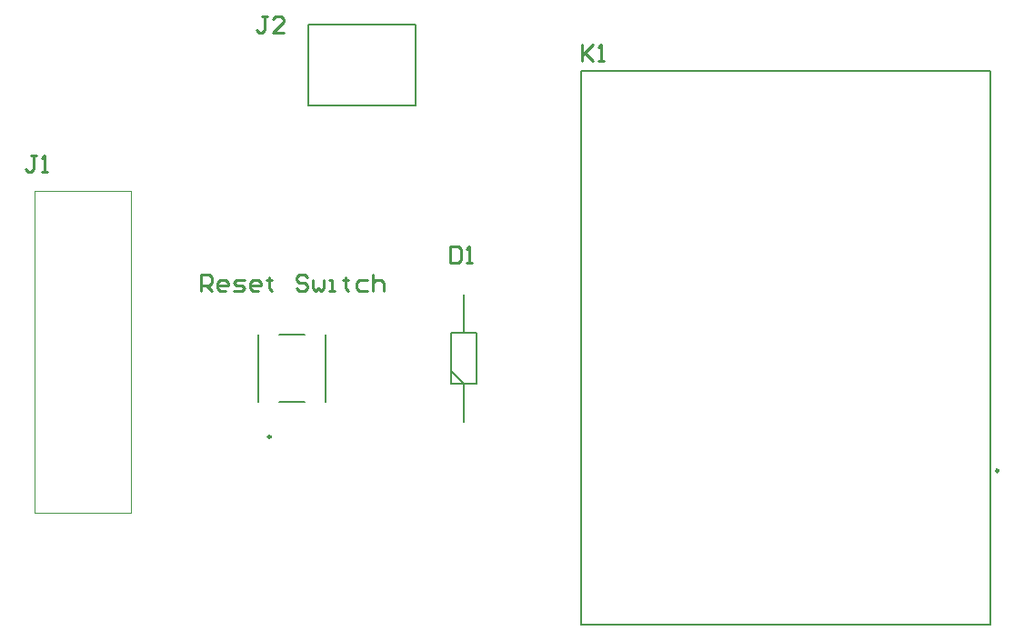
<source format=gto>
G04*
G04 #@! TF.GenerationSoftware,Altium Limited,Altium Designer,20.1.8 (145)*
G04*
G04 Layer_Color=65535*
%FSLAX25Y25*%
%MOIN*%
G70*
G04*
G04 #@! TF.SameCoordinates,3D76E3EC-FEB2-46C7-AB75-6B0F0163D353*
G04*
G04*
G04 #@! TF.FilePolarity,Positive*
G04*
G01*
G75*
%ADD10C,0.00984*%
%ADD11C,0.00787*%
%ADD12C,0.00394*%
%ADD13C,0.01000*%
D10*
X165453Y344980D02*
G03*
X165453Y344980I-492J0D01*
G01*
X432185Y332520D02*
G03*
X432185Y332520I-492J0D01*
G01*
D11*
X168524Y357677D02*
X177776D01*
X160827D02*
Y382480D01*
X168524D02*
X177776D01*
X185630Y357677D02*
Y382480D01*
X218504Y466535D02*
Y496063D01*
X179134Y466535D02*
Y496063D01*
Y466535D02*
X218504D01*
X179134Y496063D02*
X218504D01*
X429331Y276083D02*
Y479075D01*
X279331D02*
X429331D01*
X279331Y276083D02*
Y479075D01*
Y276083D02*
X429331D01*
X231594Y364567D02*
Y383071D01*
X240846D01*
Y364567D02*
Y383071D01*
X231594Y364567D02*
X240846D01*
X231594Y369193D02*
X236220Y364567D01*
Y350543D02*
Y364567D01*
Y383071D02*
Y397094D01*
D12*
X78740Y316929D02*
X114173D01*
Y435039D01*
X78740D02*
X114173D01*
X78740Y316929D02*
Y435039D01*
D13*
X139739Y398576D02*
Y404574D01*
X142738D01*
X143738Y403574D01*
Y401575D01*
X142738Y400575D01*
X139739D01*
X141738D02*
X143738Y398576D01*
X148736D02*
X146737D01*
X145737Y399575D01*
Y401575D01*
X146737Y402574D01*
X148736D01*
X149736Y401575D01*
Y400575D01*
X145737D01*
X151735Y398576D02*
X154734D01*
X155734Y399575D01*
X154734Y400575D01*
X152735D01*
X151735Y401575D01*
X152735Y402574D01*
X155734D01*
X160732Y398576D02*
X158733D01*
X157733Y399575D01*
Y401575D01*
X158733Y402574D01*
X160732D01*
X161732Y401575D01*
Y400575D01*
X157733D01*
X164731Y403574D02*
Y402574D01*
X163731D01*
X165731D01*
X164731D01*
Y399575D01*
X165731Y398576D01*
X178727Y403574D02*
X177727Y404574D01*
X175727D01*
X174728Y403574D01*
Y402574D01*
X175727Y401575D01*
X177727D01*
X178727Y400575D01*
Y399575D01*
X177727Y398576D01*
X175727D01*
X174728Y399575D01*
X180726Y402574D02*
Y399575D01*
X181726Y398576D01*
X182725Y399575D01*
X183725Y398576D01*
X184725Y399575D01*
Y402574D01*
X186724Y398576D02*
X188723D01*
X187724D01*
Y402574D01*
X186724D01*
X192722Y403574D02*
Y402574D01*
X191722D01*
X193722D01*
X192722D01*
Y399575D01*
X193722Y398576D01*
X200719Y402574D02*
X197720D01*
X196721Y401575D01*
Y399575D01*
X197720Y398576D01*
X200719D01*
X202719Y404574D02*
Y398576D01*
Y401575D01*
X203718Y402574D01*
X205718D01*
X206717Y401575D01*
Y398576D01*
X164355Y499062D02*
X162355D01*
X163355D01*
Y494064D01*
X162355Y493064D01*
X161356D01*
X160356Y494064D01*
X170353Y493064D02*
X166354D01*
X170353Y497063D01*
Y498062D01*
X169353Y499062D01*
X167354D01*
X166354Y498062D01*
X79637Y448220D02*
X77637D01*
X78637D01*
Y443221D01*
X77637Y442222D01*
X76638D01*
X75638Y443221D01*
X81636Y442222D02*
X83636D01*
X82636D01*
Y448220D01*
X81636Y447220D01*
X279500Y488898D02*
Y482900D01*
Y484899D01*
X283499Y488898D01*
X280500Y485899D01*
X283499Y482900D01*
X285498D02*
X287497D01*
X286498D01*
Y488898D01*
X285498Y487898D01*
X231070Y414711D02*
Y408713D01*
X234069D01*
X235069Y409713D01*
Y413711D01*
X234069Y414711D01*
X231070D01*
X237069Y408713D02*
X239068D01*
X238068D01*
Y414711D01*
X237069Y413711D01*
M02*

</source>
